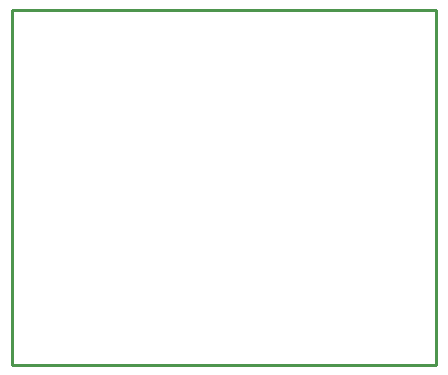
<source format=gbr>
G04 EAGLE Gerber RS-274X export*
G75*
%MOMM*%
%FSLAX34Y34*%
%LPD*%
%IN*%
%IPPOS*%
%AMOC8*
5,1,8,0,0,1.08239X$1,22.5*%
G01*
%ADD10C,0.254000*%


D10*
X0Y0D02*
X359210Y0D01*
X359210Y300230D01*
X0Y300230D01*
X0Y0D01*
M02*

</source>
